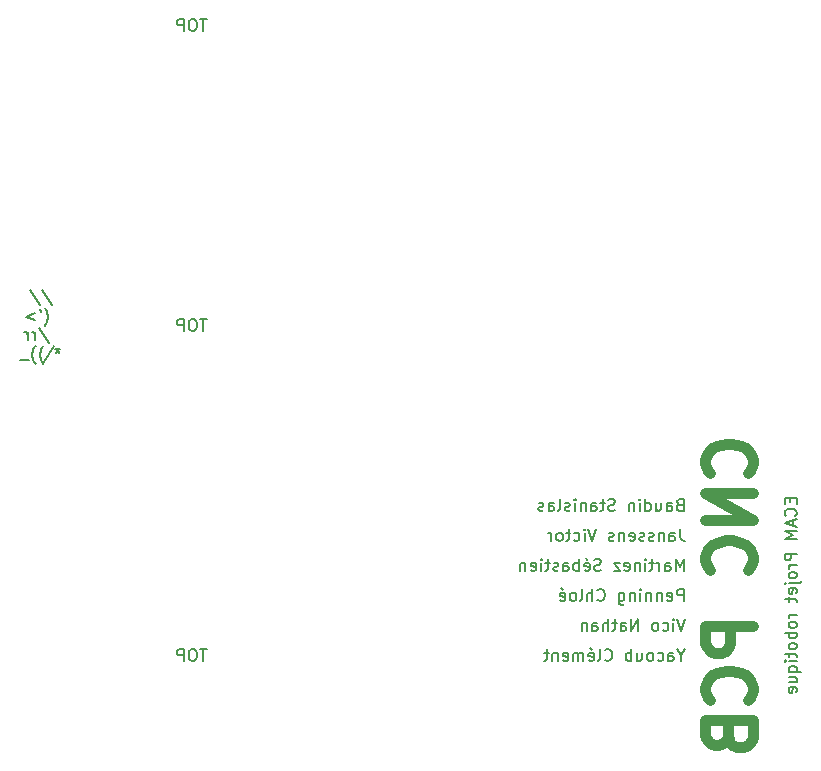
<source format=gbr>
%TF.GenerationSoftware,KiCad,Pcbnew,(6.0.2)*%
%TF.CreationDate,2022-02-25T10:45:33+01:00*%
%TF.ProjectId,CNC_interface,434e435f-696e-4746-9572-666163652e6b,rev?*%
%TF.SameCoordinates,Original*%
%TF.FileFunction,Legend,Bot*%
%TF.FilePolarity,Positive*%
%FSLAX46Y46*%
G04 Gerber Fmt 4.6, Leading zero omitted, Abs format (unit mm)*
G04 Created by KiCad (PCBNEW (6.0.2)) date 2022-02-25 10:45:33*
%MOMM*%
%LPD*%
G01*
G04 APERTURE LIST*
%ADD10C,0.150000*%
%ADD11C,0.900000*%
G04 APERTURE END LIST*
D10*
X119475238Y-80809761D02*
X120332380Y-82095476D01*
X118427619Y-80809761D02*
X119284761Y-82095476D01*
X119665714Y-83848333D02*
X119713333Y-83800714D01*
X119808571Y-83657857D01*
X119856190Y-83562619D01*
X119903809Y-83419761D01*
X119951428Y-83181666D01*
X119951428Y-82991190D01*
X119903809Y-82753095D01*
X119856190Y-82610238D01*
X119808571Y-82515000D01*
X119713333Y-82372142D01*
X119665714Y-82324523D01*
X119237142Y-82467380D02*
X119332380Y-82657857D01*
X118808571Y-82800714D02*
X118046666Y-83086428D01*
X118808571Y-83372142D01*
X119189523Y-84029761D02*
X120046666Y-85315476D01*
X118856190Y-85077380D02*
X118856190Y-84410714D01*
X118856190Y-84601190D02*
X118808571Y-84505952D01*
X118760952Y-84458333D01*
X118665714Y-84410714D01*
X118570476Y-84410714D01*
X118237142Y-85077380D02*
X118237142Y-84410714D01*
X118237142Y-84601190D02*
X118189523Y-84505952D01*
X118141904Y-84458333D01*
X118046666Y-84410714D01*
X117951428Y-84410714D01*
X120760952Y-85687380D02*
X120760952Y-85925476D01*
X120999047Y-85830238D02*
X120760952Y-85925476D01*
X120522857Y-85830238D01*
X120903809Y-86115952D02*
X120760952Y-85925476D01*
X120618095Y-86115952D01*
X120475238Y-85592142D02*
X119618095Y-86877857D01*
X119570476Y-87068333D02*
X119522857Y-87020714D01*
X119427619Y-86877857D01*
X119380000Y-86782619D01*
X119332380Y-86639761D01*
X119284761Y-86401666D01*
X119284761Y-86211190D01*
X119332380Y-85973095D01*
X119380000Y-85830238D01*
X119427619Y-85735000D01*
X119522857Y-85592142D01*
X119570476Y-85544523D01*
X118903809Y-87068333D02*
X118856190Y-87020714D01*
X118760952Y-86877857D01*
X118713333Y-86782619D01*
X118665714Y-86639761D01*
X118618095Y-86401666D01*
X118618095Y-86211190D01*
X118665714Y-85973095D01*
X118713333Y-85830238D01*
X118760952Y-85735000D01*
X118856190Y-85592142D01*
X118903809Y-85544523D01*
X118380000Y-86782619D02*
X117618095Y-86782619D01*
D11*
X179228571Y-96299047D02*
X179419047Y-96108571D01*
X179609523Y-95537142D01*
X179609523Y-95156190D01*
X179419047Y-94584761D01*
X179038095Y-94203809D01*
X178657142Y-94013333D01*
X177895238Y-93822857D01*
X177323809Y-93822857D01*
X176561904Y-94013333D01*
X176180952Y-94203809D01*
X175800000Y-94584761D01*
X175609523Y-95156190D01*
X175609523Y-95537142D01*
X175800000Y-96108571D01*
X175990476Y-96299047D01*
X179609523Y-98013333D02*
X175609523Y-98013333D01*
X179609523Y-100299047D01*
X175609523Y-100299047D01*
X179228571Y-104489523D02*
X179419047Y-104299047D01*
X179609523Y-103727619D01*
X179609523Y-103346666D01*
X179419047Y-102775238D01*
X179038095Y-102394285D01*
X178657142Y-102203809D01*
X177895238Y-102013333D01*
X177323809Y-102013333D01*
X176561904Y-102203809D01*
X176180952Y-102394285D01*
X175800000Y-102775238D01*
X175609523Y-103346666D01*
X175609523Y-103727619D01*
X175800000Y-104299047D01*
X175990476Y-104489523D01*
X179609523Y-109251428D02*
X175609523Y-109251428D01*
X175609523Y-110775238D01*
X175800000Y-111156190D01*
X175990476Y-111346666D01*
X176371428Y-111537142D01*
X176942857Y-111537142D01*
X177323809Y-111346666D01*
X177514285Y-111156190D01*
X177704761Y-110775238D01*
X177704761Y-109251428D01*
X179228571Y-115537142D02*
X179419047Y-115346666D01*
X179609523Y-114775238D01*
X179609523Y-114394285D01*
X179419047Y-113822857D01*
X179038095Y-113441904D01*
X178657142Y-113251428D01*
X177895238Y-113060952D01*
X177323809Y-113060952D01*
X176561904Y-113251428D01*
X176180952Y-113441904D01*
X175800000Y-113822857D01*
X175609523Y-114394285D01*
X175609523Y-114775238D01*
X175800000Y-115346666D01*
X175990476Y-115537142D01*
X177514285Y-118584761D02*
X177704761Y-119156190D01*
X177895238Y-119346666D01*
X178276190Y-119537142D01*
X178847619Y-119537142D01*
X179228571Y-119346666D01*
X179419047Y-119156190D01*
X179609523Y-118775238D01*
X179609523Y-117251428D01*
X175609523Y-117251428D01*
X175609523Y-118584761D01*
X175800000Y-118965714D01*
X175990476Y-119156190D01*
X176371428Y-119346666D01*
X176752380Y-119346666D01*
X177133333Y-119156190D01*
X177323809Y-118965714D01*
X177514285Y-118584761D01*
X177514285Y-117251428D01*
D10*
X182808571Y-98465714D02*
X182808571Y-98799047D01*
X183332380Y-98941904D02*
X183332380Y-98465714D01*
X182332380Y-98465714D01*
X182332380Y-98941904D01*
X183237142Y-99941904D02*
X183284761Y-99894285D01*
X183332380Y-99751428D01*
X183332380Y-99656190D01*
X183284761Y-99513333D01*
X183189523Y-99418095D01*
X183094285Y-99370476D01*
X182903809Y-99322857D01*
X182760952Y-99322857D01*
X182570476Y-99370476D01*
X182475238Y-99418095D01*
X182380000Y-99513333D01*
X182332380Y-99656190D01*
X182332380Y-99751428D01*
X182380000Y-99894285D01*
X182427619Y-99941904D01*
X183046666Y-100322857D02*
X183046666Y-100799047D01*
X183332380Y-100227619D02*
X182332380Y-100560952D01*
X183332380Y-100894285D01*
X183332380Y-101227619D02*
X182332380Y-101227619D01*
X183046666Y-101560952D01*
X182332380Y-101894285D01*
X183332380Y-101894285D01*
X183332380Y-103132380D02*
X182332380Y-103132380D01*
X182332380Y-103513333D01*
X182380000Y-103608571D01*
X182427619Y-103656190D01*
X182522857Y-103703809D01*
X182665714Y-103703809D01*
X182760952Y-103656190D01*
X182808571Y-103608571D01*
X182856190Y-103513333D01*
X182856190Y-103132380D01*
X183332380Y-104132380D02*
X182665714Y-104132380D01*
X182856190Y-104132380D02*
X182760952Y-104180000D01*
X182713333Y-104227619D01*
X182665714Y-104322857D01*
X182665714Y-104418095D01*
X183332380Y-104894285D02*
X183284761Y-104799047D01*
X183237142Y-104751428D01*
X183141904Y-104703809D01*
X182856190Y-104703809D01*
X182760952Y-104751428D01*
X182713333Y-104799047D01*
X182665714Y-104894285D01*
X182665714Y-105037142D01*
X182713333Y-105132380D01*
X182760952Y-105180000D01*
X182856190Y-105227619D01*
X183141904Y-105227619D01*
X183237142Y-105180000D01*
X183284761Y-105132380D01*
X183332380Y-105037142D01*
X183332380Y-104894285D01*
X182665714Y-105656190D02*
X183522857Y-105656190D01*
X183618095Y-105608571D01*
X183665714Y-105513333D01*
X183665714Y-105465714D01*
X182332380Y-105656190D02*
X182380000Y-105608571D01*
X182427619Y-105656190D01*
X182380000Y-105703809D01*
X182332380Y-105656190D01*
X182427619Y-105656190D01*
X183284761Y-106513333D02*
X183332380Y-106418095D01*
X183332380Y-106227619D01*
X183284761Y-106132380D01*
X183189523Y-106084761D01*
X182808571Y-106084761D01*
X182713333Y-106132380D01*
X182665714Y-106227619D01*
X182665714Y-106418095D01*
X182713333Y-106513333D01*
X182808571Y-106560952D01*
X182903809Y-106560952D01*
X182999047Y-106084761D01*
X182665714Y-106846666D02*
X182665714Y-107227619D01*
X182332380Y-106989523D02*
X183189523Y-106989523D01*
X183284761Y-107037142D01*
X183332380Y-107132380D01*
X183332380Y-107227619D01*
X183332380Y-108322857D02*
X182665714Y-108322857D01*
X182856190Y-108322857D02*
X182760952Y-108370476D01*
X182713333Y-108418095D01*
X182665714Y-108513333D01*
X182665714Y-108608571D01*
X183332380Y-109084761D02*
X183284761Y-108989523D01*
X183237142Y-108941904D01*
X183141904Y-108894285D01*
X182856190Y-108894285D01*
X182760952Y-108941904D01*
X182713333Y-108989523D01*
X182665714Y-109084761D01*
X182665714Y-109227619D01*
X182713333Y-109322857D01*
X182760952Y-109370476D01*
X182856190Y-109418095D01*
X183141904Y-109418095D01*
X183237142Y-109370476D01*
X183284761Y-109322857D01*
X183332380Y-109227619D01*
X183332380Y-109084761D01*
X183332380Y-109846666D02*
X182332380Y-109846666D01*
X182713333Y-109846666D02*
X182665714Y-109941904D01*
X182665714Y-110132380D01*
X182713333Y-110227619D01*
X182760952Y-110275238D01*
X182856190Y-110322857D01*
X183141904Y-110322857D01*
X183237142Y-110275238D01*
X183284761Y-110227619D01*
X183332380Y-110132380D01*
X183332380Y-109941904D01*
X183284761Y-109846666D01*
X183332380Y-110894285D02*
X183284761Y-110799047D01*
X183237142Y-110751428D01*
X183141904Y-110703809D01*
X182856190Y-110703809D01*
X182760952Y-110751428D01*
X182713333Y-110799047D01*
X182665714Y-110894285D01*
X182665714Y-111037142D01*
X182713333Y-111132380D01*
X182760952Y-111180000D01*
X182856190Y-111227619D01*
X183141904Y-111227619D01*
X183237142Y-111180000D01*
X183284761Y-111132380D01*
X183332380Y-111037142D01*
X183332380Y-110894285D01*
X182665714Y-111513333D02*
X182665714Y-111894285D01*
X182332380Y-111656190D02*
X183189523Y-111656190D01*
X183284761Y-111703809D01*
X183332380Y-111799047D01*
X183332380Y-111894285D01*
X183332380Y-112227619D02*
X182665714Y-112227619D01*
X182332380Y-112227619D02*
X182380000Y-112180000D01*
X182427619Y-112227619D01*
X182380000Y-112275238D01*
X182332380Y-112227619D01*
X182427619Y-112227619D01*
X182665714Y-113132380D02*
X183665714Y-113132380D01*
X183284761Y-113132380D02*
X183332380Y-113037142D01*
X183332380Y-112846666D01*
X183284761Y-112751428D01*
X183237142Y-112703809D01*
X183141904Y-112656190D01*
X182856190Y-112656190D01*
X182760952Y-112703809D01*
X182713333Y-112751428D01*
X182665714Y-112846666D01*
X182665714Y-113037142D01*
X182713333Y-113132380D01*
X182665714Y-114037142D02*
X183332380Y-114037142D01*
X182665714Y-113608571D02*
X183189523Y-113608571D01*
X183284761Y-113656190D01*
X183332380Y-113751428D01*
X183332380Y-113894285D01*
X183284761Y-113989523D01*
X183237142Y-114037142D01*
X183284761Y-114894285D02*
X183332380Y-114799047D01*
X183332380Y-114608571D01*
X183284761Y-114513333D01*
X183189523Y-114465714D01*
X182808571Y-114465714D01*
X182713333Y-114513333D01*
X182665714Y-114608571D01*
X182665714Y-114799047D01*
X182713333Y-114894285D01*
X182808571Y-114941904D01*
X182903809Y-114941904D01*
X182999047Y-114465714D01*
X133389523Y-57872380D02*
X132818095Y-57872380D01*
X133103809Y-58872380D02*
X133103809Y-57872380D01*
X132294285Y-57872380D02*
X132103809Y-57872380D01*
X132008571Y-57920000D01*
X131913333Y-58015238D01*
X131865714Y-58205714D01*
X131865714Y-58539047D01*
X131913333Y-58729523D01*
X132008571Y-58824761D01*
X132103809Y-58872380D01*
X132294285Y-58872380D01*
X132389523Y-58824761D01*
X132484761Y-58729523D01*
X132532380Y-58539047D01*
X132532380Y-58205714D01*
X132484761Y-58015238D01*
X132389523Y-57920000D01*
X132294285Y-57872380D01*
X131437142Y-58872380D02*
X131437142Y-57872380D01*
X131056190Y-57872380D01*
X130960952Y-57920000D01*
X130913333Y-57967619D01*
X130865714Y-58062857D01*
X130865714Y-58205714D01*
X130913333Y-58300952D01*
X130960952Y-58348571D01*
X131056190Y-58396190D01*
X131437142Y-58396190D01*
X133389523Y-83272380D02*
X132818095Y-83272380D01*
X133103809Y-84272380D02*
X133103809Y-83272380D01*
X132294285Y-83272380D02*
X132103809Y-83272380D01*
X132008571Y-83320000D01*
X131913333Y-83415238D01*
X131865714Y-83605714D01*
X131865714Y-83939047D01*
X131913333Y-84129523D01*
X132008571Y-84224761D01*
X132103809Y-84272380D01*
X132294285Y-84272380D01*
X132389523Y-84224761D01*
X132484761Y-84129523D01*
X132532380Y-83939047D01*
X132532380Y-83605714D01*
X132484761Y-83415238D01*
X132389523Y-83320000D01*
X132294285Y-83272380D01*
X131437142Y-84272380D02*
X131437142Y-83272380D01*
X131056190Y-83272380D01*
X130960952Y-83320000D01*
X130913333Y-83367619D01*
X130865714Y-83462857D01*
X130865714Y-83605714D01*
X130913333Y-83700952D01*
X130960952Y-83748571D01*
X131056190Y-83796190D01*
X131437142Y-83796190D01*
X133389523Y-111212380D02*
X132818095Y-111212380D01*
X133103809Y-112212380D02*
X133103809Y-111212380D01*
X132294285Y-111212380D02*
X132103809Y-111212380D01*
X132008571Y-111260000D01*
X131913333Y-111355238D01*
X131865714Y-111545714D01*
X131865714Y-111879047D01*
X131913333Y-112069523D01*
X132008571Y-112164761D01*
X132103809Y-112212380D01*
X132294285Y-112212380D01*
X132389523Y-112164761D01*
X132484761Y-112069523D01*
X132532380Y-111879047D01*
X132532380Y-111545714D01*
X132484761Y-111355238D01*
X132389523Y-111260000D01*
X132294285Y-111212380D01*
X131437142Y-112212380D02*
X131437142Y-111212380D01*
X131056190Y-111212380D01*
X130960952Y-111260000D01*
X130913333Y-111307619D01*
X130865714Y-111402857D01*
X130865714Y-111545714D01*
X130913333Y-111640952D01*
X130960952Y-111688571D01*
X131056190Y-111736190D01*
X131437142Y-111736190D01*
X173568571Y-111736190D02*
X173568571Y-112212380D01*
X173901904Y-111212380D02*
X173568571Y-111736190D01*
X173235237Y-111212380D01*
X172473333Y-112212380D02*
X172473333Y-111688571D01*
X172520952Y-111593333D01*
X172616190Y-111545714D01*
X172806666Y-111545714D01*
X172901904Y-111593333D01*
X172473333Y-112164761D02*
X172568571Y-112212380D01*
X172806666Y-112212380D01*
X172901904Y-112164761D01*
X172949523Y-112069523D01*
X172949523Y-111974285D01*
X172901904Y-111879047D01*
X172806666Y-111831428D01*
X172568571Y-111831428D01*
X172473333Y-111783809D01*
X171568571Y-112164761D02*
X171663809Y-112212380D01*
X171854285Y-112212380D01*
X171949523Y-112164761D01*
X171997142Y-112117142D01*
X172044761Y-112021904D01*
X172044761Y-111736190D01*
X171997142Y-111640952D01*
X171949523Y-111593333D01*
X171854285Y-111545714D01*
X171663809Y-111545714D01*
X171568571Y-111593333D01*
X170997142Y-112212380D02*
X171092380Y-112164761D01*
X171139999Y-112117142D01*
X171187618Y-112021904D01*
X171187618Y-111736190D01*
X171139999Y-111640952D01*
X171092380Y-111593333D01*
X170997142Y-111545714D01*
X170854285Y-111545714D01*
X170759047Y-111593333D01*
X170711428Y-111640952D01*
X170663809Y-111736190D01*
X170663809Y-112021904D01*
X170711428Y-112117142D01*
X170759047Y-112164761D01*
X170854285Y-112212380D01*
X170997142Y-112212380D01*
X169806666Y-111545714D02*
X169806666Y-112212380D01*
X170235237Y-111545714D02*
X170235237Y-112069523D01*
X170187618Y-112164761D01*
X170092380Y-112212380D01*
X169949523Y-112212380D01*
X169854285Y-112164761D01*
X169806666Y-112117142D01*
X169330475Y-112212380D02*
X169330475Y-111212380D01*
X169330475Y-111593333D02*
X169235237Y-111545714D01*
X169044761Y-111545714D01*
X168949523Y-111593333D01*
X168901904Y-111640952D01*
X168854285Y-111736190D01*
X168854285Y-112021904D01*
X168901904Y-112117142D01*
X168949523Y-112164761D01*
X169044761Y-112212380D01*
X169235237Y-112212380D01*
X169330475Y-112164761D01*
X167092380Y-112117142D02*
X167139999Y-112164761D01*
X167282856Y-112212380D01*
X167378094Y-112212380D01*
X167520952Y-112164761D01*
X167616190Y-112069523D01*
X167663809Y-111974285D01*
X167711428Y-111783809D01*
X167711428Y-111640952D01*
X167663809Y-111450476D01*
X167616190Y-111355238D01*
X167520952Y-111260000D01*
X167378094Y-111212380D01*
X167282856Y-111212380D01*
X167139999Y-111260000D01*
X167092380Y-111307619D01*
X166520952Y-112212380D02*
X166616190Y-112164761D01*
X166663809Y-112069523D01*
X166663809Y-111212380D01*
X165759047Y-112164761D02*
X165854285Y-112212380D01*
X166044761Y-112212380D01*
X166139999Y-112164761D01*
X166187618Y-112069523D01*
X166187618Y-111688571D01*
X166139999Y-111593333D01*
X166044761Y-111545714D01*
X165854285Y-111545714D01*
X165759047Y-111593333D01*
X165711428Y-111688571D01*
X165711428Y-111783809D01*
X166187618Y-111879047D01*
X165854285Y-111164761D02*
X165997142Y-111307619D01*
X165282856Y-112212380D02*
X165282856Y-111545714D01*
X165282856Y-111640952D02*
X165235237Y-111593333D01*
X165139999Y-111545714D01*
X164997142Y-111545714D01*
X164901904Y-111593333D01*
X164854285Y-111688571D01*
X164854285Y-112212380D01*
X164854285Y-111688571D02*
X164806666Y-111593333D01*
X164711428Y-111545714D01*
X164568571Y-111545714D01*
X164473333Y-111593333D01*
X164425714Y-111688571D01*
X164425714Y-112212380D01*
X163568571Y-112164761D02*
X163663809Y-112212380D01*
X163854285Y-112212380D01*
X163949523Y-112164761D01*
X163997142Y-112069523D01*
X163997142Y-111688571D01*
X163949523Y-111593333D01*
X163854285Y-111545714D01*
X163663809Y-111545714D01*
X163568571Y-111593333D01*
X163520952Y-111688571D01*
X163520952Y-111783809D01*
X163997142Y-111879047D01*
X163092380Y-111545714D02*
X163092380Y-112212380D01*
X163092380Y-111640952D02*
X163044761Y-111593333D01*
X162949523Y-111545714D01*
X162806666Y-111545714D01*
X162711428Y-111593333D01*
X162663809Y-111688571D01*
X162663809Y-112212380D01*
X162330475Y-111545714D02*
X161949523Y-111545714D01*
X162187618Y-111212380D02*
X162187618Y-112069523D01*
X162139999Y-112164761D01*
X162044761Y-112212380D01*
X161949523Y-112212380D01*
X173901904Y-108672380D02*
X173568571Y-109672380D01*
X173235238Y-108672380D01*
X172901904Y-109672380D02*
X172901904Y-109005714D01*
X172901904Y-108672380D02*
X172949524Y-108720000D01*
X172901904Y-108767619D01*
X172854285Y-108720000D01*
X172901904Y-108672380D01*
X172901904Y-108767619D01*
X171997143Y-109624761D02*
X172092381Y-109672380D01*
X172282857Y-109672380D01*
X172378095Y-109624761D01*
X172425714Y-109577142D01*
X172473333Y-109481904D01*
X172473333Y-109196190D01*
X172425714Y-109100952D01*
X172378095Y-109053333D01*
X172282857Y-109005714D01*
X172092381Y-109005714D01*
X171997143Y-109053333D01*
X171425714Y-109672380D02*
X171520952Y-109624761D01*
X171568571Y-109577142D01*
X171616190Y-109481904D01*
X171616190Y-109196190D01*
X171568571Y-109100952D01*
X171520952Y-109053333D01*
X171425714Y-109005714D01*
X171282857Y-109005714D01*
X171187619Y-109053333D01*
X171140000Y-109100952D01*
X171092381Y-109196190D01*
X171092381Y-109481904D01*
X171140000Y-109577142D01*
X171187619Y-109624761D01*
X171282857Y-109672380D01*
X171425714Y-109672380D01*
X169901904Y-109672380D02*
X169901904Y-108672380D01*
X169330476Y-109672380D01*
X169330476Y-108672380D01*
X168425714Y-109672380D02*
X168425714Y-109148571D01*
X168473333Y-109053333D01*
X168568571Y-109005714D01*
X168759047Y-109005714D01*
X168854285Y-109053333D01*
X168425714Y-109624761D02*
X168520952Y-109672380D01*
X168759047Y-109672380D01*
X168854285Y-109624761D01*
X168901904Y-109529523D01*
X168901904Y-109434285D01*
X168854285Y-109339047D01*
X168759047Y-109291428D01*
X168520952Y-109291428D01*
X168425714Y-109243809D01*
X168092381Y-109005714D02*
X167711428Y-109005714D01*
X167949524Y-108672380D02*
X167949524Y-109529523D01*
X167901904Y-109624761D01*
X167806666Y-109672380D01*
X167711428Y-109672380D01*
X167378095Y-109672380D02*
X167378095Y-108672380D01*
X166949524Y-109672380D02*
X166949524Y-109148571D01*
X166997143Y-109053333D01*
X167092381Y-109005714D01*
X167235238Y-109005714D01*
X167330476Y-109053333D01*
X167378095Y-109100952D01*
X166044762Y-109672380D02*
X166044762Y-109148571D01*
X166092381Y-109053333D01*
X166187619Y-109005714D01*
X166378095Y-109005714D01*
X166473333Y-109053333D01*
X166044762Y-109624761D02*
X166140000Y-109672380D01*
X166378095Y-109672380D01*
X166473333Y-109624761D01*
X166520952Y-109529523D01*
X166520952Y-109434285D01*
X166473333Y-109339047D01*
X166378095Y-109291428D01*
X166140000Y-109291428D01*
X166044762Y-109243809D01*
X165568571Y-109005714D02*
X165568571Y-109672380D01*
X165568571Y-109100952D02*
X165520952Y-109053333D01*
X165425714Y-109005714D01*
X165282857Y-109005714D01*
X165187619Y-109053333D01*
X165140000Y-109148571D01*
X165140000Y-109672380D01*
X173759047Y-107132380D02*
X173759047Y-106132380D01*
X173378095Y-106132380D01*
X173282857Y-106180000D01*
X173235238Y-106227619D01*
X173187619Y-106322857D01*
X173187619Y-106465714D01*
X173235238Y-106560952D01*
X173282857Y-106608571D01*
X173378095Y-106656190D01*
X173759047Y-106656190D01*
X172378095Y-107084761D02*
X172473333Y-107132380D01*
X172663809Y-107132380D01*
X172759047Y-107084761D01*
X172806666Y-106989523D01*
X172806666Y-106608571D01*
X172759047Y-106513333D01*
X172663809Y-106465714D01*
X172473333Y-106465714D01*
X172378095Y-106513333D01*
X172330476Y-106608571D01*
X172330476Y-106703809D01*
X172806666Y-106799047D01*
X171901904Y-106465714D02*
X171901904Y-107132380D01*
X171901904Y-106560952D02*
X171854285Y-106513333D01*
X171759047Y-106465714D01*
X171616190Y-106465714D01*
X171520952Y-106513333D01*
X171473333Y-106608571D01*
X171473333Y-107132380D01*
X170997142Y-106465714D02*
X170997142Y-107132380D01*
X170997142Y-106560952D02*
X170949523Y-106513333D01*
X170854285Y-106465714D01*
X170711428Y-106465714D01*
X170616190Y-106513333D01*
X170568571Y-106608571D01*
X170568571Y-107132380D01*
X170092381Y-107132380D02*
X170092381Y-106465714D01*
X170092381Y-106132380D02*
X170140000Y-106180000D01*
X170092381Y-106227619D01*
X170044762Y-106180000D01*
X170092381Y-106132380D01*
X170092381Y-106227619D01*
X169616190Y-106465714D02*
X169616190Y-107132380D01*
X169616190Y-106560952D02*
X169568571Y-106513333D01*
X169473333Y-106465714D01*
X169330476Y-106465714D01*
X169235238Y-106513333D01*
X169187619Y-106608571D01*
X169187619Y-107132380D01*
X168282857Y-106465714D02*
X168282857Y-107275238D01*
X168330476Y-107370476D01*
X168378095Y-107418095D01*
X168473333Y-107465714D01*
X168616190Y-107465714D01*
X168711428Y-107418095D01*
X168282857Y-107084761D02*
X168378095Y-107132380D01*
X168568571Y-107132380D01*
X168663809Y-107084761D01*
X168711428Y-107037142D01*
X168759047Y-106941904D01*
X168759047Y-106656190D01*
X168711428Y-106560952D01*
X168663809Y-106513333D01*
X168568571Y-106465714D01*
X168378095Y-106465714D01*
X168282857Y-106513333D01*
X166473333Y-107037142D02*
X166520952Y-107084761D01*
X166663809Y-107132380D01*
X166759047Y-107132380D01*
X166901904Y-107084761D01*
X166997142Y-106989523D01*
X167044762Y-106894285D01*
X167092381Y-106703809D01*
X167092381Y-106560952D01*
X167044762Y-106370476D01*
X166997142Y-106275238D01*
X166901904Y-106180000D01*
X166759047Y-106132380D01*
X166663809Y-106132380D01*
X166520952Y-106180000D01*
X166473333Y-106227619D01*
X166044762Y-107132380D02*
X166044762Y-106132380D01*
X165616190Y-107132380D02*
X165616190Y-106608571D01*
X165663809Y-106513333D01*
X165759047Y-106465714D01*
X165901904Y-106465714D01*
X165997142Y-106513333D01*
X166044762Y-106560952D01*
X164997142Y-107132380D02*
X165092381Y-107084761D01*
X165140000Y-106989523D01*
X165140000Y-106132380D01*
X164473333Y-107132380D02*
X164568571Y-107084761D01*
X164616190Y-107037142D01*
X164663809Y-106941904D01*
X164663809Y-106656190D01*
X164616190Y-106560952D01*
X164568571Y-106513333D01*
X164473333Y-106465714D01*
X164330476Y-106465714D01*
X164235238Y-106513333D01*
X164187619Y-106560952D01*
X164140000Y-106656190D01*
X164140000Y-106941904D01*
X164187619Y-107037142D01*
X164235238Y-107084761D01*
X164330476Y-107132380D01*
X164473333Y-107132380D01*
X163330476Y-107084761D02*
X163425714Y-107132380D01*
X163616190Y-107132380D01*
X163711428Y-107084761D01*
X163759047Y-106989523D01*
X163759047Y-106608571D01*
X163711428Y-106513333D01*
X163616190Y-106465714D01*
X163425714Y-106465714D01*
X163330476Y-106513333D01*
X163282857Y-106608571D01*
X163282857Y-106703809D01*
X163759047Y-106799047D01*
X163425714Y-106084761D02*
X163568571Y-106227619D01*
X173759047Y-104592380D02*
X173759047Y-103592380D01*
X173425714Y-104306666D01*
X173092381Y-103592380D01*
X173092381Y-104592380D01*
X172187619Y-104592380D02*
X172187619Y-104068571D01*
X172235238Y-103973333D01*
X172330476Y-103925714D01*
X172520952Y-103925714D01*
X172616190Y-103973333D01*
X172187619Y-104544761D02*
X172282857Y-104592380D01*
X172520952Y-104592380D01*
X172616190Y-104544761D01*
X172663809Y-104449523D01*
X172663809Y-104354285D01*
X172616190Y-104259047D01*
X172520952Y-104211428D01*
X172282857Y-104211428D01*
X172187619Y-104163809D01*
X171711428Y-104592380D02*
X171711428Y-103925714D01*
X171711428Y-104116190D02*
X171663809Y-104020952D01*
X171616190Y-103973333D01*
X171520952Y-103925714D01*
X171425714Y-103925714D01*
X171235238Y-103925714D02*
X170854286Y-103925714D01*
X171092381Y-103592380D02*
X171092381Y-104449523D01*
X171044762Y-104544761D01*
X170949524Y-104592380D01*
X170854286Y-104592380D01*
X170520952Y-104592380D02*
X170520952Y-103925714D01*
X170520952Y-103592380D02*
X170568571Y-103640000D01*
X170520952Y-103687619D01*
X170473333Y-103640000D01*
X170520952Y-103592380D01*
X170520952Y-103687619D01*
X170044762Y-103925714D02*
X170044762Y-104592380D01*
X170044762Y-104020952D02*
X169997143Y-103973333D01*
X169901905Y-103925714D01*
X169759047Y-103925714D01*
X169663809Y-103973333D01*
X169616190Y-104068571D01*
X169616190Y-104592380D01*
X168759047Y-104544761D02*
X168854286Y-104592380D01*
X169044762Y-104592380D01*
X169140000Y-104544761D01*
X169187619Y-104449523D01*
X169187619Y-104068571D01*
X169140000Y-103973333D01*
X169044762Y-103925714D01*
X168854286Y-103925714D01*
X168759047Y-103973333D01*
X168711428Y-104068571D01*
X168711428Y-104163809D01*
X169187619Y-104259047D01*
X168378095Y-103925714D02*
X167854286Y-103925714D01*
X168378095Y-104592380D01*
X167854286Y-104592380D01*
X166759047Y-104544761D02*
X166616190Y-104592380D01*
X166378095Y-104592380D01*
X166282857Y-104544761D01*
X166235238Y-104497142D01*
X166187619Y-104401904D01*
X166187619Y-104306666D01*
X166235238Y-104211428D01*
X166282857Y-104163809D01*
X166378095Y-104116190D01*
X166568571Y-104068571D01*
X166663809Y-104020952D01*
X166711428Y-103973333D01*
X166759047Y-103878095D01*
X166759047Y-103782857D01*
X166711428Y-103687619D01*
X166663809Y-103640000D01*
X166568571Y-103592380D01*
X166330476Y-103592380D01*
X166187619Y-103640000D01*
X165378095Y-104544761D02*
X165473333Y-104592380D01*
X165663809Y-104592380D01*
X165759047Y-104544761D01*
X165806666Y-104449523D01*
X165806666Y-104068571D01*
X165759047Y-103973333D01*
X165663809Y-103925714D01*
X165473333Y-103925714D01*
X165378095Y-103973333D01*
X165330476Y-104068571D01*
X165330476Y-104163809D01*
X165806666Y-104259047D01*
X165473333Y-103544761D02*
X165616190Y-103687619D01*
X164901905Y-104592380D02*
X164901905Y-103592380D01*
X164901905Y-103973333D02*
X164806666Y-103925714D01*
X164616190Y-103925714D01*
X164520952Y-103973333D01*
X164473333Y-104020952D01*
X164425714Y-104116190D01*
X164425714Y-104401904D01*
X164473333Y-104497142D01*
X164520952Y-104544761D01*
X164616190Y-104592380D01*
X164806666Y-104592380D01*
X164901905Y-104544761D01*
X163568571Y-104592380D02*
X163568571Y-104068571D01*
X163616190Y-103973333D01*
X163711428Y-103925714D01*
X163901905Y-103925714D01*
X163997143Y-103973333D01*
X163568571Y-104544761D02*
X163663809Y-104592380D01*
X163901905Y-104592380D01*
X163997143Y-104544761D01*
X164044762Y-104449523D01*
X164044762Y-104354285D01*
X163997143Y-104259047D01*
X163901905Y-104211428D01*
X163663809Y-104211428D01*
X163568571Y-104163809D01*
X163140000Y-104544761D02*
X163044762Y-104592380D01*
X162854286Y-104592380D01*
X162759047Y-104544761D01*
X162711428Y-104449523D01*
X162711428Y-104401904D01*
X162759047Y-104306666D01*
X162854286Y-104259047D01*
X162997143Y-104259047D01*
X163092381Y-104211428D01*
X163140000Y-104116190D01*
X163140000Y-104068571D01*
X163092381Y-103973333D01*
X162997143Y-103925714D01*
X162854286Y-103925714D01*
X162759047Y-103973333D01*
X162425714Y-103925714D02*
X162044762Y-103925714D01*
X162282857Y-103592380D02*
X162282857Y-104449523D01*
X162235238Y-104544761D01*
X162140000Y-104592380D01*
X162044762Y-104592380D01*
X161711428Y-104592380D02*
X161711428Y-103925714D01*
X161711428Y-103592380D02*
X161759047Y-103640000D01*
X161711428Y-103687619D01*
X161663809Y-103640000D01*
X161711428Y-103592380D01*
X161711428Y-103687619D01*
X160854286Y-104544761D02*
X160949524Y-104592380D01*
X161140000Y-104592380D01*
X161235238Y-104544761D01*
X161282857Y-104449523D01*
X161282857Y-104068571D01*
X161235238Y-103973333D01*
X161140000Y-103925714D01*
X160949524Y-103925714D01*
X160854286Y-103973333D01*
X160806666Y-104068571D01*
X160806666Y-104163809D01*
X161282857Y-104259047D01*
X160378095Y-103925714D02*
X160378095Y-104592380D01*
X160378095Y-104020952D02*
X160330476Y-103973333D01*
X160235238Y-103925714D01*
X160092381Y-103925714D01*
X159997143Y-103973333D01*
X159949524Y-104068571D01*
X159949524Y-104592380D01*
X173473333Y-101052380D02*
X173473333Y-101766666D01*
X173520952Y-101909523D01*
X173616190Y-102004761D01*
X173759047Y-102052380D01*
X173854285Y-102052380D01*
X172568571Y-102052380D02*
X172568571Y-101528571D01*
X172616190Y-101433333D01*
X172711428Y-101385714D01*
X172901904Y-101385714D01*
X172997142Y-101433333D01*
X172568571Y-102004761D02*
X172663809Y-102052380D01*
X172901904Y-102052380D01*
X172997142Y-102004761D01*
X173044761Y-101909523D01*
X173044761Y-101814285D01*
X172997142Y-101719047D01*
X172901904Y-101671428D01*
X172663809Y-101671428D01*
X172568571Y-101623809D01*
X172092381Y-101385714D02*
X172092381Y-102052380D01*
X172092381Y-101480952D02*
X172044761Y-101433333D01*
X171949523Y-101385714D01*
X171806666Y-101385714D01*
X171711428Y-101433333D01*
X171663809Y-101528571D01*
X171663809Y-102052380D01*
X171235238Y-102004761D02*
X171140000Y-102052380D01*
X170949523Y-102052380D01*
X170854285Y-102004761D01*
X170806666Y-101909523D01*
X170806666Y-101861904D01*
X170854285Y-101766666D01*
X170949523Y-101719047D01*
X171092381Y-101719047D01*
X171187619Y-101671428D01*
X171235238Y-101576190D01*
X171235238Y-101528571D01*
X171187619Y-101433333D01*
X171092381Y-101385714D01*
X170949523Y-101385714D01*
X170854285Y-101433333D01*
X170425714Y-102004761D02*
X170330476Y-102052380D01*
X170140000Y-102052380D01*
X170044761Y-102004761D01*
X169997142Y-101909523D01*
X169997142Y-101861904D01*
X170044761Y-101766666D01*
X170140000Y-101719047D01*
X170282857Y-101719047D01*
X170378095Y-101671428D01*
X170425714Y-101576190D01*
X170425714Y-101528571D01*
X170378095Y-101433333D01*
X170282857Y-101385714D01*
X170140000Y-101385714D01*
X170044761Y-101433333D01*
X169187619Y-102004761D02*
X169282857Y-102052380D01*
X169473333Y-102052380D01*
X169568571Y-102004761D01*
X169616190Y-101909523D01*
X169616190Y-101528571D01*
X169568571Y-101433333D01*
X169473333Y-101385714D01*
X169282857Y-101385714D01*
X169187619Y-101433333D01*
X169140000Y-101528571D01*
X169140000Y-101623809D01*
X169616190Y-101719047D01*
X168711428Y-101385714D02*
X168711428Y-102052380D01*
X168711428Y-101480952D02*
X168663809Y-101433333D01*
X168568571Y-101385714D01*
X168425714Y-101385714D01*
X168330476Y-101433333D01*
X168282857Y-101528571D01*
X168282857Y-102052380D01*
X167854285Y-102004761D02*
X167759047Y-102052380D01*
X167568571Y-102052380D01*
X167473333Y-102004761D01*
X167425714Y-101909523D01*
X167425714Y-101861904D01*
X167473333Y-101766666D01*
X167568571Y-101719047D01*
X167711428Y-101719047D01*
X167806666Y-101671428D01*
X167854285Y-101576190D01*
X167854285Y-101528571D01*
X167806666Y-101433333D01*
X167711428Y-101385714D01*
X167568571Y-101385714D01*
X167473333Y-101433333D01*
X166378095Y-101052380D02*
X166044761Y-102052380D01*
X165711428Y-101052380D01*
X165378095Y-102052380D02*
X165378095Y-101385714D01*
X165378095Y-101052380D02*
X165425714Y-101100000D01*
X165378095Y-101147619D01*
X165330476Y-101100000D01*
X165378095Y-101052380D01*
X165378095Y-101147619D01*
X164473333Y-102004761D02*
X164568571Y-102052380D01*
X164759047Y-102052380D01*
X164854285Y-102004761D01*
X164901904Y-101957142D01*
X164949523Y-101861904D01*
X164949523Y-101576190D01*
X164901904Y-101480952D01*
X164854285Y-101433333D01*
X164759047Y-101385714D01*
X164568571Y-101385714D01*
X164473333Y-101433333D01*
X164187619Y-101385714D02*
X163806666Y-101385714D01*
X164044761Y-101052380D02*
X164044761Y-101909523D01*
X163997142Y-102004761D01*
X163901904Y-102052380D01*
X163806666Y-102052380D01*
X163330476Y-102052380D02*
X163425714Y-102004761D01*
X163473333Y-101957142D01*
X163520952Y-101861904D01*
X163520952Y-101576190D01*
X163473333Y-101480952D01*
X163425714Y-101433333D01*
X163330476Y-101385714D01*
X163187619Y-101385714D01*
X163092381Y-101433333D01*
X163044761Y-101480952D01*
X162997142Y-101576190D01*
X162997142Y-101861904D01*
X163044761Y-101957142D01*
X163092381Y-102004761D01*
X163187619Y-102052380D01*
X163330476Y-102052380D01*
X162568571Y-102052380D02*
X162568571Y-101385714D01*
X162568571Y-101576190D02*
X162520952Y-101480952D01*
X162473333Y-101433333D01*
X162378095Y-101385714D01*
X162282857Y-101385714D01*
X173425714Y-98988571D02*
X173282857Y-99036190D01*
X173235238Y-99083809D01*
X173187619Y-99179047D01*
X173187619Y-99321904D01*
X173235238Y-99417142D01*
X173282857Y-99464761D01*
X173378095Y-99512380D01*
X173759047Y-99512380D01*
X173759047Y-98512380D01*
X173425714Y-98512380D01*
X173330476Y-98560000D01*
X173282857Y-98607619D01*
X173235238Y-98702857D01*
X173235238Y-98798095D01*
X173282857Y-98893333D01*
X173330476Y-98940952D01*
X173425714Y-98988571D01*
X173759047Y-98988571D01*
X172330476Y-99512380D02*
X172330476Y-98988571D01*
X172378095Y-98893333D01*
X172473333Y-98845714D01*
X172663809Y-98845714D01*
X172759047Y-98893333D01*
X172330476Y-99464761D02*
X172425714Y-99512380D01*
X172663809Y-99512380D01*
X172759047Y-99464761D01*
X172806666Y-99369523D01*
X172806666Y-99274285D01*
X172759047Y-99179047D01*
X172663809Y-99131428D01*
X172425714Y-99131428D01*
X172330476Y-99083809D01*
X171425714Y-98845714D02*
X171425714Y-99512380D01*
X171854285Y-98845714D02*
X171854285Y-99369523D01*
X171806666Y-99464761D01*
X171711428Y-99512380D01*
X171568571Y-99512380D01*
X171473333Y-99464761D01*
X171425714Y-99417142D01*
X170520952Y-99512380D02*
X170520952Y-98512380D01*
X170520952Y-99464761D02*
X170616190Y-99512380D01*
X170806666Y-99512380D01*
X170901904Y-99464761D01*
X170949523Y-99417142D01*
X170997142Y-99321904D01*
X170997142Y-99036190D01*
X170949523Y-98940952D01*
X170901904Y-98893333D01*
X170806666Y-98845714D01*
X170616190Y-98845714D01*
X170520952Y-98893333D01*
X170044761Y-99512380D02*
X170044761Y-98845714D01*
X170044761Y-98512380D02*
X170092380Y-98560000D01*
X170044761Y-98607619D01*
X169997142Y-98560000D01*
X170044761Y-98512380D01*
X170044761Y-98607619D01*
X169568571Y-98845714D02*
X169568571Y-99512380D01*
X169568571Y-98940952D02*
X169520952Y-98893333D01*
X169425714Y-98845714D01*
X169282857Y-98845714D01*
X169187619Y-98893333D01*
X169140000Y-98988571D01*
X169140000Y-99512380D01*
X167949523Y-99464761D02*
X167806666Y-99512380D01*
X167568571Y-99512380D01*
X167473333Y-99464761D01*
X167425714Y-99417142D01*
X167378095Y-99321904D01*
X167378095Y-99226666D01*
X167425714Y-99131428D01*
X167473333Y-99083809D01*
X167568571Y-99036190D01*
X167759047Y-98988571D01*
X167854285Y-98940952D01*
X167901904Y-98893333D01*
X167949523Y-98798095D01*
X167949523Y-98702857D01*
X167901904Y-98607619D01*
X167854285Y-98560000D01*
X167759047Y-98512380D01*
X167520952Y-98512380D01*
X167378095Y-98560000D01*
X167092380Y-98845714D02*
X166711428Y-98845714D01*
X166949523Y-98512380D02*
X166949523Y-99369523D01*
X166901904Y-99464761D01*
X166806666Y-99512380D01*
X166711428Y-99512380D01*
X165949523Y-99512380D02*
X165949523Y-98988571D01*
X165997142Y-98893333D01*
X166092380Y-98845714D01*
X166282857Y-98845714D01*
X166378095Y-98893333D01*
X165949523Y-99464761D02*
X166044761Y-99512380D01*
X166282857Y-99512380D01*
X166378095Y-99464761D01*
X166425714Y-99369523D01*
X166425714Y-99274285D01*
X166378095Y-99179047D01*
X166282857Y-99131428D01*
X166044761Y-99131428D01*
X165949523Y-99083809D01*
X165473333Y-98845714D02*
X165473333Y-99512380D01*
X165473333Y-98940952D02*
X165425714Y-98893333D01*
X165330476Y-98845714D01*
X165187619Y-98845714D01*
X165092380Y-98893333D01*
X165044761Y-98988571D01*
X165044761Y-99512380D01*
X164568571Y-99512380D02*
X164568571Y-98845714D01*
X164568571Y-98512380D02*
X164616190Y-98560000D01*
X164568571Y-98607619D01*
X164520952Y-98560000D01*
X164568571Y-98512380D01*
X164568571Y-98607619D01*
X164140000Y-99464761D02*
X164044761Y-99512380D01*
X163854285Y-99512380D01*
X163759047Y-99464761D01*
X163711428Y-99369523D01*
X163711428Y-99321904D01*
X163759047Y-99226666D01*
X163854285Y-99179047D01*
X163997142Y-99179047D01*
X164092380Y-99131428D01*
X164140000Y-99036190D01*
X164140000Y-98988571D01*
X164092380Y-98893333D01*
X163997142Y-98845714D01*
X163854285Y-98845714D01*
X163759047Y-98893333D01*
X163140000Y-99512380D02*
X163235238Y-99464761D01*
X163282857Y-99369523D01*
X163282857Y-98512380D01*
X162330476Y-99512380D02*
X162330476Y-98988571D01*
X162378095Y-98893333D01*
X162473333Y-98845714D01*
X162663809Y-98845714D01*
X162759047Y-98893333D01*
X162330476Y-99464761D02*
X162425714Y-99512380D01*
X162663809Y-99512380D01*
X162759047Y-99464761D01*
X162806666Y-99369523D01*
X162806666Y-99274285D01*
X162759047Y-99179047D01*
X162663809Y-99131428D01*
X162425714Y-99131428D01*
X162330476Y-99083809D01*
X161901904Y-99464761D02*
X161806666Y-99512380D01*
X161616190Y-99512380D01*
X161520952Y-99464761D01*
X161473333Y-99369523D01*
X161473333Y-99321904D01*
X161520952Y-99226666D01*
X161616190Y-99179047D01*
X161759047Y-99179047D01*
X161854285Y-99131428D01*
X161901904Y-99036190D01*
X161901904Y-98988571D01*
X161854285Y-98893333D01*
X161759047Y-98845714D01*
X161616190Y-98845714D01*
X161520952Y-98893333D01*
M02*

</source>
